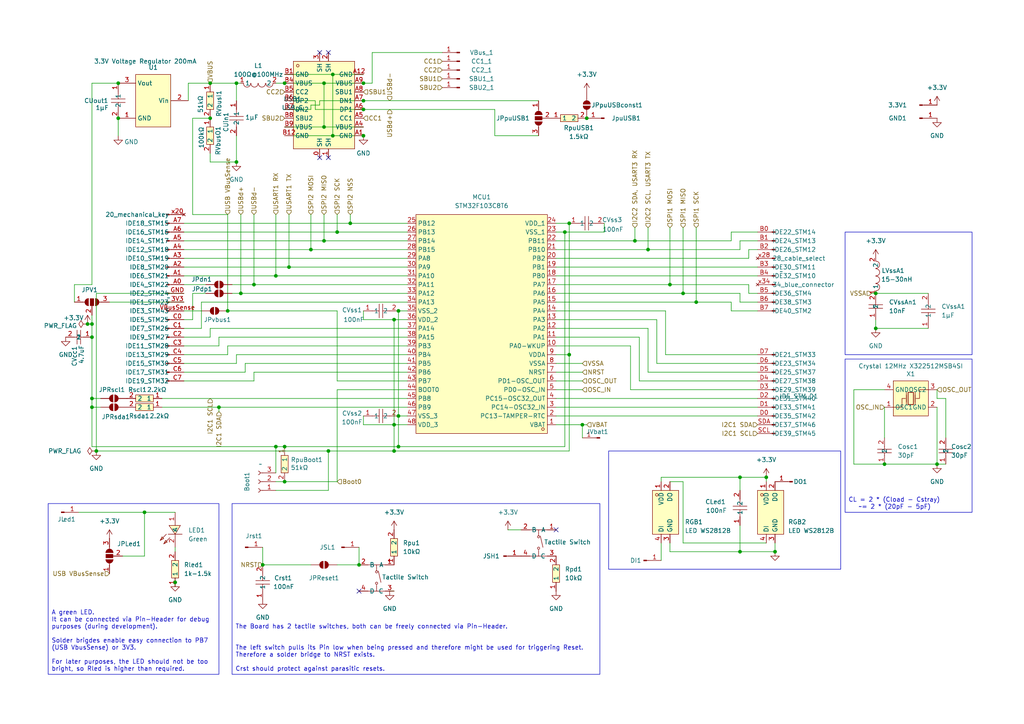
<source format=kicad_sch>
(kicad_sch (version 20231120) (generator "eeschema") (generator_version "8.0")
  (paper "A4")
  (junction (at 83.82 77.47))
  (junction (at 194.31 82.55))
  (junction (at 96.52 21.59))
  (junction (at 214.63 160.02))
  (junction (at 254 95.25))
  (junction (at 34.29 24.13))
  (junction (at 80.01 129.54))
  (junction (at 184.15 69.85))
  (junction (at 82.55 129.54))
  (junction (at 224.79 160.02))
  (junction (at 105.41 39.37))
  (junction (at 114.3 123.19))
  (junction (at 168.91 123.19))
  (junction (at 105.41 24.13))
  (junction (at 271.78 134.62))
  (junction (at 26.67 118.11))
  (junction (at 256.54 134.62))
  (junction (at 26.67 115.57))
  (junction (at 90.17 72.39))
  (junction (at 80.01 80.01))
  (junction (at 68.58 24.13))
  (junction (at 170.18 34.29))
  (junction (at 25.4 93.98))
  (junction (at 73.66 82.55))
  (junction (at 198.12 85.09))
  (junction (at 101.6 64.77))
  (junction (at 82.55 139.7))
  (junction (at 66.04 90.17))
  (junction (at 69.85 85.09))
  (junction (at 254 85.09))
  (junction (at 26.67 93.98))
  (junction (at 115.57 129.54))
  (junction (at 96.52 39.37))
  (junction (at 187.96 72.39))
  (junction (at 165.1 64.77))
  (junction (at 214.63 138.43))
  (junction (at 93.98 36.83))
  (junction (at 97.79 67.31))
  (junction (at 114.3 130.81))
  (junction (at 114.3 92.71))
  (junction (at 163.83 67.31))
  (junction (at 50.8 168.91))
  (junction (at 27.94 130.81))
  (junction (at 63.5 118.11))
  (junction (at 105.41 31.75))
  (junction (at 165.1 102.87))
  (junction (at 68.58 46.99))
  (junction (at 41.91 148.59))
  (junction (at 76.2 163.83))
  (junction (at 104.14 163.83))
  (junction (at 60.96 34.29))
  (junction (at 82.55 24.13))
  (junction (at 93.98 69.85))
  (junction (at 222.25 138.43))
  (junction (at 115.57 120.65))
  (junction (at 34.29 34.29))
  (junction (at 115.57 90.17))
  (junction (at 93.98 24.13))
  (junction (at 95.25 130.81))
  (junction (at 201.93 87.63))
  (junction (at 26.67 97.79))
  (junction (at 105.41 29.21))
  (junction (at 60.96 24.13))
  (no_connect (at 104.14 171.45))
  (no_connect (at 161.29 153.67))
  (no_connect (at 95.25 15.24))
  (no_connect (at 92.71 45.72))
  (no_connect (at 92.71 15.24))
  (no_connect (at 95.25 45.72))
  (wire (pts (xy 80.01 62.23) (xy 80.01 80.01)))
  (wire (pts (xy 105.41 123.19) (xy 105.41 120.65)))
  (wire (pts (xy 212.09 67.31) (xy 219.71 67.31)))
  (wire (pts (xy 217.17 72.39) (xy 219.71 72.39)))
  (wire (pts (xy 161.29 77.47) (xy 219.71 77.47)))
  (wire (pts (xy 67.31 85.09) (xy 69.85 85.09)))
  (wire (pts (xy 55.88 85.09) (xy 55.88 92.71)))
  (wire (pts (xy 187.96 72.39) (xy 214.63 72.39)))
  (wire (pts (xy 105.41 31.75) (xy 91.44 31.75)))
  (wire (pts (xy 82.55 129.54) (xy 115.57 129.54)))
  (wire (pts (xy 184.15 69.85) (xy 212.09 69.85)))
  (wire (pts (xy 105.41 24.13) (xy 107.95 24.13)))
  (wire (pts (xy 90.17 72.39) (xy 118.11 72.39)))
  (wire (pts (xy 97.79 62.23) (xy 97.79 67.31)))
  (wire (pts (xy 53.34 90.17) (xy 58.42 90.17)))
  (wire (pts (xy 168.91 107.95) (xy 161.29 107.95)))
  (wire (pts (xy 118.11 92.71) (xy 114.3 92.71)))
  (wire (pts (xy 80.01 139.7) (xy 82.55 139.7)))
  (wire (pts (xy 53.34 69.85) (xy 93.98 69.85)))
  (wire (pts (xy 256.54 118.11) (xy 256.54 127)))
  (wire (pts (xy 60.96 34.29) (xy 55.88 34.29)))
  (wire (pts (xy 97.79 163.83) (xy 104.14 163.83)))
  (wire (pts (xy 101.6 64.77) (xy 118.11 64.77)))
  (wire (pts (xy 193.04 102.87) (xy 219.71 102.87)))
  (wire (pts (xy 105.41 29.21) (xy 92.71 29.21)))
  (wire (pts (xy 198.12 85.09) (xy 214.63 85.09)))
  (wire (pts (xy 163.83 129.54) (xy 115.57 129.54)))
  (wire (pts (xy 60.96 95.25) (xy 60.96 97.79)))
  (wire (pts (xy 271.78 113.03) (xy 271.78 115.57)))
  (wire (pts (xy 53.34 67.31) (xy 97.79 67.31)))
  (wire (pts (xy 46.99 118.11) (xy 63.5 118.11)))
  (wire (pts (xy 247.65 113.03) (xy 247.65 134.62)))
  (wire (pts (xy 53.34 80.01) (xy 80.01 80.01)))
  (wire (pts (xy 68.58 105.41) (xy 68.58 102.87)))
  (wire (pts (xy 55.88 92.71) (xy 53.34 92.71)))
  (wire (pts (xy 161.29 105.41) (xy 168.91 105.41)))
  (wire (pts (xy 53.34 85.09) (xy 27.94 85.09)))
  (wire (pts (xy 53.34 77.47) (xy 83.82 77.47)))
  (wire (pts (xy 26.67 118.11) (xy 29.21 118.11)))
  (wire (pts (xy 80.01 129.54) (xy 82.55 129.54)))
  (wire (pts (xy 161.29 100.33) (xy 182.88 100.33)))
  (wire (pts (xy 161.29 74.93) (xy 217.17 74.93)))
  (wire (pts (xy 26.67 24.13) (xy 34.29 24.13)))
  (wire (pts (xy 80.01 24.13) (xy 82.55 24.13)))
  (wire (pts (xy 26.67 93.98) (xy 26.67 97.79)))
  (wire (pts (xy 95.25 130.81) (xy 114.3 130.81)))
  (wire (pts (xy 254 85.09) (xy 269.24 85.09)))
  (wire (pts (xy 96.52 39.37) (xy 105.41 39.37)))
  (wire (pts (xy 55.88 85.09) (xy 59.69 85.09)))
  (wire (pts (xy 53.34 102.87) (xy 66.04 102.87)))
  (wire (pts (xy 25.4 93.98) (xy 26.67 93.98)))
  (wire (pts (xy 96.52 21.59) (xy 96.52 39.37)))
  (wire (pts (xy 252.73 85.09) (xy 254 85.09)))
  (wire (pts (xy 165.1 102.87) (xy 161.29 102.87)))
  (wire (pts (xy 27.94 85.09) (xy 27.94 130.81)))
  (wire (pts (xy 90.17 62.23) (xy 90.17 72.39)))
  (wire (pts (xy 53.34 100.33) (xy 63.5 100.33)))
  (wire (pts (xy 161.29 123.19) (xy 168.91 123.19)))
  (wire (pts (xy 161.29 72.39) (xy 187.96 72.39)))
  (wire (pts (xy 26.67 24.13) (xy 26.67 82.55)))
  (wire (pts (xy 214.63 87.63) (xy 219.71 87.63)))
  (wire (pts (xy 185.42 110.49) (xy 219.71 110.49)))
  (wire (pts (xy 212.09 90.17) (xy 212.09 87.63)))
  (wire (pts (xy 80.01 80.01) (xy 118.11 80.01)))
  (wire (pts (xy 254 92.71) (xy 254 95.25)))
  (wire (pts (xy 214.63 152.4) (xy 214.63 160.02)))
  (wire (pts (xy 274.32 127) (xy 274.32 115.57)))
  (wire (pts (xy 68.58 102.87) (xy 118.11 102.87)))
  (wire (pts (xy 82.55 36.83) (xy 93.98 36.83)))
  (wire (pts (xy 26.67 115.57) (xy 29.21 115.57)))
  (wire (pts (xy 21.59 82.55) (xy 21.59 87.63)))
  (wire (pts (xy 95.25 142.24) (xy 80.01 142.24)))
  (wire (pts (xy 73.66 82.55) (xy 118.11 82.55)))
  (wire (pts (xy 95.25 130.81) (xy 95.25 142.24)))
  (wire (pts (xy 93.98 69.85) (xy 118.11 69.85)))
  (wire (pts (xy 194.31 157.48) (xy 194.31 160.02)))
  (wire (pts (xy 105.41 31.75) (xy 143.51 31.75)))
  (wire (pts (xy 193.04 102.87) (xy 193.04 90.17)))
  (wire (pts (xy 161.29 110.49) (xy 168.91 110.49)))
  (wire (pts (xy 194.31 66.04) (xy 194.31 82.55)))
  (wire (pts (xy 161.29 118.11) (xy 219.71 118.11)))
  (wire (pts (xy 91.44 31.75) (xy 91.44 29.21)))
  (wire (pts (xy 97.79 90.17) (xy 97.79 110.49)))
  (wire (pts (xy 115.57 90.17) (xy 115.57 120.65)))
  (wire (pts (xy 182.88 100.33) (xy 182.88 113.03)))
  (wire (pts (xy 161.29 92.71) (xy 190.5 92.71)))
  (wire (pts (xy 165.1 64.77) (xy 165.1 102.87)))
  (wire (pts (xy 76.2 163.83) (xy 90.17 163.83)))
  (wire (pts (xy 190.5 105.41) (xy 190.5 92.71)))
  (wire (pts (xy 92.71 30.48) (xy 90.17 30.48)))
  (wire (pts (xy 256.54 134.62) (xy 271.78 134.62)))
  (wire (pts (xy 271.78 134.62) (xy 274.32 134.62)))
  (wire (pts (xy 97.79 90.17) (xy 66.04 90.17)))
  (wire (pts (xy 35.56 161.29) (xy 41.91 161.29)))
  (wire (pts (xy 222.25 157.48) (xy 198.12 157.48)))
  (wire (pts (xy 163.83 67.31) (xy 175.26 67.31)))
  (wire (pts (xy 53.34 82.55) (xy 59.69 82.55)))
  (wire (pts (xy 165.1 102.87) (xy 165.1 130.81)))
  (wire (pts (xy 168.91 127) (xy 168.91 123.19)))
  (wire (pts (xy 271.78 118.11) (xy 271.78 134.62)))
  (wire (pts (xy 93.98 36.83) (xy 105.41 36.83)))
  (wire (pts (xy 27.94 130.81) (xy 95.25 130.81)))
  (wire (pts (xy 114.3 123.19) (xy 118.11 123.19)))
  (wire (pts (xy 113.03 171.45) (xy 114.3 171.45)))
  (wire (pts (xy 214.63 72.39) (xy 214.63 69.85)))
  (wire (pts (xy 73.66 107.95) (xy 118.11 107.95)))
  (wire (pts (xy 68.58 39.37) (xy 68.58 46.99)))
  (wire (pts (xy 83.82 77.47) (xy 118.11 77.47)))
  (wire (pts (xy 118.11 120.65) (xy 115.57 120.65)))
  (wire (pts (xy 71.12 107.95) (xy 71.12 105.41)))
  (wire (pts (xy 161.29 67.31) (xy 163.83 67.31)))
  (wire (pts (xy 161.29 69.85) (xy 184.15 69.85)))
  (wire (pts (xy 161.29 115.57) (xy 219.71 115.57)))
  (wire (pts (xy 114.3 123.19) (xy 114.3 130.81)))
  (wire (pts (xy 187.96 95.25) (xy 187.96 107.95)))
  (wire (pts (xy 66.04 102.87) (xy 66.04 100.33)))
  (wire (pts (xy 219.71 85.09) (xy 217.17 85.09)))
  (wire (pts (xy 128.27 15.24) (xy 107.95 15.24)))
  (wire (pts (xy 214.63 138.43) (xy 191.77 138.43)))
  (wire (pts (xy 82.55 21.59) (xy 96.52 21.59)))
  (wire (pts (xy 82.55 139.7) (xy 97.79 139.7)))
  (wire (pts (xy 50.8 168.91) (xy 50.8 170.18)))
  (wire (pts (xy 214.63 138.43) (xy 222.25 138.43)))
  (wire (pts (xy 247.65 134.62) (xy 256.54 134.62)))
  (wire (pts (xy 115.57 129.54) (xy 115.57 120.65)))
  (wire (pts (xy 55.88 34.29) (xy 55.88 62.23)))
  (wire (pts (xy 191.77 162.56) (xy 191.77 157.48)))
  (wire (pts (xy 163.83 67.31) (xy 163.83 129.54)))
  (wire (pts (xy 185.42 97.79) (xy 161.29 97.79)))
  (wire (pts (xy 68.58 24.13) (xy 69.85 24.13)))
  (wire (pts (xy 161.29 113.03) (xy 168.91 113.03)))
  (wire (pts (xy 118.11 95.25) (xy 60.96 95.25)))
  (wire (pts (xy 114.3 92.71) (xy 114.3 123.19)))
  (wire (pts (xy 69.85 62.23) (xy 69.85 85.09)))
  (wire (pts (xy 82.55 24.13) (xy 93.98 24.13)))
  (wire (pts (xy 53.34 64.77) (xy 101.6 64.77)))
  (wire (pts (xy 67.31 82.55) (xy 73.66 82.55)))
  (wire (pts (xy 26.67 91.44) (xy 26.67 93.98)))
  (wire (pts (xy 53.34 95.25) (xy 58.42 95.25)))
  (wire (pts (xy 53.34 72.39) (xy 90.17 72.39)))
  (wire (pts (xy 161.29 80.01) (xy 219.71 80.01)))
  (wire (pts (xy 214.63 69.85) (xy 219.71 69.85)))
  (wire (pts (xy 22.86 148.59) (xy 41.91 148.59)))
  (wire (pts (xy 168.91 123.19) (xy 170.18 123.19)))
  (wire (pts (xy 60.96 44.45) (xy 60.96 46.99)))
  (wire (pts (xy 63.5 100.33) (xy 63.5 97.79)))
  (wire (pts (xy 143.51 39.37) (xy 143.51 31.75)))
  (wire (pts (xy 63.5 97.79) (xy 118.11 97.79)))
  (wire (pts (xy 194.31 160.02) (xy 214.63 160.02)))
  (wire (pts (xy 63.5 119.38) (xy 63.5 118.11)))
  (wire (pts (xy 105.41 90.17) (xy 105.41 92.71)))
  (wire (pts (xy 161.29 120.65) (xy 219.71 120.65)))
  (wire (pts (xy 58.42 87.63) (xy 58.42 95.25)))
  (wire (pts (xy 92.71 29.21) (xy 92.71 30.48)))
  (wire (pts (xy 73.66 110.49) (xy 73.66 107.95)))
  (wire (pts (xy 93.98 24.13) (xy 105.41 24.13)))
  (wire (pts (xy 54.61 29.21) (xy 54.61 24.13)))
  (wire (pts (xy 80.01 137.16) (xy 80.01 129.54)))
  (wire (pts (xy 41.91 148.59) (xy 50.8 148.59)))
  (wire (pts (xy 105.41 92.71) (xy 114.3 92.71)))
  (wire (pts (xy 82.55 39.37) (xy 96.52 39.37)))
  (wire (pts (xy 165.1 130.81) (xy 114.3 130.81)))
  (wire (pts (xy 54.61 24.13) (xy 60.96 24.13)))
  (wire (pts (xy 212.09 90.17) (xy 219.71 90.17)))
  (wire (pts (xy 107.95 15.24) (xy 107.95 24.13)))
  (wire (pts (xy 26.67 129.54) (xy 80.01 129.54)))
  (wire (pts (xy 161.29 87.63) (xy 201.93 87.63)))
  (wire (pts (xy 217.17 85.09) (xy 217.17 82.55)))
  (wire (pts (xy 105.41 29.21) (xy 156.21 29.21)))
  (wire (pts (xy 58.42 87.63) (xy 118.11 87.63)))
  (wire (pts (xy 217.17 74.93) (xy 217.17 72.39)))
  (wire (pts (xy 31.75 87.63) (xy 53.34 87.63)))
  (wire (pts (xy 41.91 161.29) (xy 41.91 148.59)))
  (wire (pts (xy 76.2 158.75) (xy 76.2 163.83)))
  (wire (pts (xy 97.79 139.7) (xy 97.79 113.03)))
  (wire (pts (xy 26.67 97.79) (xy 26.67 115.57)))
  (wire (pts (xy 97.79 67.31) (xy 118.11 67.31)))
  (wire (pts (xy 97.79 113.03) (xy 118.11 113.03)))
  (wire (pts (xy 151.13 153.67) (xy 147.32 153.67)))
  (wire (pts (xy 90.17 30.48) (xy 90.17 31.75)))
  (wire (pts (xy 53.34 74.93) (xy 118.11 74.93)))
  (wire (pts (xy 212.09 69.85) (xy 212.09 67.31)))
  (wire (pts (xy 63.5 118.11) (xy 118.11 118.11)))
  (wire (pts (xy 50.8 167.64) (xy 50.8 168.91)))
  (wire (pts (xy 50.8 160.02) (xy 50.8 158.75)))
  (wire (pts (xy 198.12 139.7) (xy 194.31 139.7)))
  (wire (pts (xy 53.34 105.41) (xy 68.58 105.41)))
  (wire (pts (xy 201.93 87.63) (xy 212.09 87.63)))
  (wire (pts (xy 161.29 82.55) (xy 194.31 82.55)))
  (wire (pts (xy 83.82 62.23) (xy 83.82 77.47)))
  (wire (pts (xy 53.34 107.95) (xy 71.12 107.95)))
  (wire (pts (xy 93.98 24.13) (xy 93.98 36.83)))
  (wire (pts (xy 66.04 62.23) (xy 66.04 90.17)))
  (wire (pts (xy 73.66 62.23) (xy 73.66 82.55)))
  (wire (pts (xy 185.42 110.49) (xy 185.42 97.79)))
  (wire (pts (xy 114.3 123.19) (xy 105.41 123.19)))
  (wire (pts (xy 187.96 66.04) (xy 187.96 72.39)))
  (wire (pts (xy 34.29 39.37) (xy 34.29 34.29)))
  (wire (pts (xy 118.11 90.17) (xy 115.57 90.17)))
  (wire (pts (xy 184.15 66.04) (xy 184.15 69.85)))
  (wire (pts (xy 191.77 138.43) (xy 191.77 139.7)))
  (wire (pts (xy 224.79 157.48) (xy 224.79 160.02)))
  (wire (pts (xy 82.55 31.75) (xy 90.17 31.75)))
  (wire (pts (xy 161.29 64.77) (xy 165.1 64.77)))
  (wire (pts (xy 187.96 107.95) (xy 219.71 107.95)))
  (wire (pts (xy 93.98 62.23) (xy 93.98 69.85)))
  (wire (pts (xy 104.14 158.75) (xy 104.14 163.83)))
  (wire (pts (xy 161.29 95.25) (xy 187.96 95.25)))
  (wire (pts (xy 68.58 29.21) (xy 68.58 24.13)))
  (wire (pts (xy 214.63 85.09) (xy 214.63 87.63)))
  (wire (pts (xy 214.63 138.43) (xy 214.63 142.24)))
  (wire (pts (xy 26.67 118.11) (xy 26.67 129.54)))
  (wire (pts (xy 156.21 39.37) (xy 143.51 39.37)))
  (wire (pts (xy 182.88 113.03) (xy 219.71 113.03)))
  (wire (pts (xy 201.93 66.04) (xy 201.93 87.63)))
  (wire (pts (xy 198.12 157.48) (xy 198.12 139.7)))
  (wire (pts (xy 66.04 100.33) (xy 118.11 100.33)))
  (wire (pts (xy 60.96 24.13) (xy 68.58 24.13)))
  (wire (pts (xy 46.99 115.57) (xy 118.11 115.57)))
  (wire (pts (xy 198.12 66.04) (xy 198.12 85.09)))
  (wire (pts (xy 269.24 95.25) (xy 254 95.25)))
  (wire (pts (xy 69.85 85.09) (xy 118.11 85.09)))
  (wire (pts (xy 161.29 85.09) (xy 198.12 85.09)))
  (wire (pts (xy 222.25 138.43) (xy 222.25 139.7)))
  (wire (pts (xy 71.12 105.41) (xy 118.11 105.41)))
  (wire (pts (xy 175.26 67.31) (xy 175.26 64.77)))
  (wire (pts (xy 60.96 97.79) (xy 53.34 97.79)))
  (wire (pts (xy 274.32 115.57) (xy 271.78 115.57)))
  (wire (pts (xy 96.52 21.59) (xy 105.41 21.59)))
  (wire (pts (xy 194.31 82.55) (xy 217.17 82.55)))
  (wire (pts (xy 60.96 46.99) (xy 68.58 46.99)))
  (wire (pts (xy 256.54 113.03) (xy 247.65 113.03)))
  (wire (pts (xy 190.5 105.41) (xy 219.71 105.41)))
  (wire (pts (xy 161.29 90.17) (xy 193.04 90.17)))
  (wire (pts (xy 53.34 110.49) (xy 73.66 110.49)))
  (wire (pts (xy 26.67 82.55) (xy 21.59 82.55)))
  (wire (pts (xy 118.11 110.49) (xy 97.79 110.49)))
  (wire (pts (xy 55.88 62.23) (xy 66.04 62.23)))
  (wire (pts (xy 26.67 115.57) (xy 26.67 118.11)))
  (wire (pts (xy 214.63 160.02) (xy 224.79 160.02)))
  (wire (pts (xy 91.44 29.21) (xy 82.55 29.21)))
  (wire (pts (xy 101.6 62.23) (xy 101.6 64.77)))
  (rectangle (start 245.11 67.31) (end 281.94 102.87))
  (rectangle (start 176.53 130.81) (end 243.84 165.1))
  (text_box "CL = 2 * (Cload - Cstray)\n   ~= 2 * (20pF - 5pF)\n\n" (at 245.11 104.14 0) (size 36.83 44.45) (effects (font (size 1.27 1.27)) (justify left bottom)))
  (text_box "A green LED.\nIt can be connected via Pin-Header for debug purposes (during development).\n\nSolder brigdes enable easy connection to PB7 (USB VbusSense) or 3V3.\n\nFor later purposes, the LED should not be too bright, so Rled is higher than required." (at 13.97 146.05 0) (size 49.53 49.53) (effects (font (size 1.27 1.27)) (justify left bottom)))
  (text_box "The Board has 2 tactile switches, both can be freely connected via Pin-Header.\n\n\nThe left switch pulls its Pin low when being pressed and therefore might be used for triggering Reset. Therefore a solder bridge to NRST exists.\n\nCrst should protect against parasitic resets." (at 67.31 146.05 0) (size 106.68 49.53) (effects (font (size 1.27 1.27)) (justify left bottom)))
  (hierarchical_label "CC2" (shape input) (at 82.55 26.67 180))
  (hierarchical_label "SPI1 MISO" (shape input) (at 198.12 66.04 90))
  (hierarchical_label "CC1" (shape input) (at 105.41 34.29 0))
  (hierarchical_label "SPI2 MOSI" (shape input) (at 90.17 62.23 90))
  (hierarchical_label "USART1 RX" (shape input) (at 80.01 62.23 90))
  (hierarchical_label "SBU2" (shape input) (at 82.55 34.29 180))
  (hierarchical_label "VSSA" (shape input) (at 252.73 85.09 180))
  (hierarchical_label "VBAT" (shape input) (at 170.18 123.19 0))
  (hierarchical_label "OSC_IN" (shape input) (at 168.91 113.03 0))
  (hierarchical_label "USART1 TX" (shape input) (at 83.82 62.23 90))
  (hierarchical_label "VSSA" (shape input) (at 168.91 105.41 0))
  (hierarchical_label "I2C1 SDA" (shape input) (at 219.71 123.19 180))
  (hierarchical_label "SPI2 MISO" (shape input) (at 93.98 62.23 90))
  (hierarchical_label "SPI2 NSS" (shape input) (at 101.6 62.23 90))
  (hierarchical_label "OSC_IN" (shape input) (at 256.54 118.11 180))
  (hierarchical_label "NRST" (shape input) (at 76.2 163.83 180))
  (hierarchical_label "SBU2" (shape input) (at 128.27 25.4 180))
  (hierarchical_label "OSC_OUT" (shape input) (at 271.78 113.03 0))
  (hierarchical_label "I2C1 SCL" (shape input) (at 60.96 115.57 270))
  (hierarchical_label "CC2" (shape input) (at 128.27 20.32 180))
  (hierarchical_label "USBd-" (shape input) (at 73.66 62.23 90))
  (hierarchical_label "SBU1" (shape input) (at 128.27 22.86 180))
  (hierarchical_label "USB VBusSense" (shape input) (at 31.75 166.37 180))
  (hierarchical_label "OSC_OUT" (shape input) (at 168.91 110.49 0))
  (hierarchical_label "USBd-" (shape input) (at 113.03 29.21 90))
  (hierarchical_label "I2C2 SCL, USART3 TX" (shape input) (at 187.96 66.04 90))
  (hierarchical_label "SPI2 SCK" (shape input) (at 97.79 62.23 90))
  (hierarchical_label "SPI1 MOSI" (shape input) (at 194.31 66.04 90))
  (hierarchical_label "VBUS" (shape input) (at 60.96 24.13 90))
  (hierarchical_label "USBd+" (shape input) (at 69.85 62.23 90))
  (hierarchical_label "CC1" (shape input) (at 128.27 17.78 180))
  (hierarchical_label "I2C1 SDA" (shape input) (at 63.5 119.38 270))
  (hierarchical_label "I2C2 SDA, USART3 RX" (shape input) (at 184.15 66.04 90))
  (hierarchical_label "USBd+" (shape input) (at 113.03 31.75 270))
  (hierarchical_label "USB VBusSense" (shape input) (at 66.04 62.23 90))
  (hierarchical_label "Boot0" (shape input) (at 97.79 139.7 0))
  (hierarchical_label "SBU1" (shape input) (at 105.41 26.67 0))
  (hierarchical_label "NRST" (shape input) (at 168.91 107.95 0))
  (hierarchical_label "I2C1 SCL" (shape input) (at 219.71 125.73 180))
  (hierarchical_label "SPI1 SCK" (shape input) (at 201.93 66.04 90))
  (symbol (lib_id "jlcpcb:Resistor 51kΩ 0402WGF5102TCE") (at 60.96 29.21 270) (unit 1)
    (property "Reference" "RVbusI1" (at 63.5 26.162 0) (effects (justify left)))
    (property "Value" "51kΩ" (at 58.166 30.226 0))
    (property "Footprint" "jlcpcb:R0402" (effects (hide yes)))
    (property "Datasheet" "https://lcsc.com/product-detail/Chip-Resistor-Surface-Mount-UniOhm_51KR-5102-1_C25794.html" (effects (hide yes)))
    (property "LCSC Part" "C25794" (effects (hide yes)))
  )
  (symbol (lib_id "jlcpcb:Resistor 10kΩ 0402WGF1002TCE") (at 161.29 166.37 90) (unit 1)
    (property "Reference" "Rpd1" (at 163.83 165.0999 90) (effects (justify right)))
    (property "Value" "10kΩ" (at 163.83 167.6399 90) (effects (justify right)))
    (property "Footprint" "jlcpcb:R0402" (effects (hide yes)))
    (property "Datasheet" "https://lcsc.com/product-detail/Chip-Resistor-Surface-Mount-UniOhm_10KR-1002-1_C25744.html" (effects (hide yes)))
    (property "LCSC Part" "C25744" (effects (hide yes)))
  )
  (symbol (lib_id "Connector:Conn_01x01_Pin") (at 229.87 139.7 180) (unit 1)
    (property "Reference" "DO1" (at 232.156 139.7 0))
    (property "Footprint" "base:PTH 1.7mm" (effects (hide yes)))
    (property "Description" "Generic connector, single row, 01x01, script generated" (effects (hide yes)))
  )
  (symbol (lib_id "ribbon:IDE_STM_A") (at 53.34 85.09 180) (unit 1)
    (property "Reference" "IDE_STM_A1" (effects (hide yes)))
    (property "Value" "~" (at 45.72 74.93 0) (effects (justify left)))
    (property "Footprint" "ribbon:IDE STM A" (effects (hide yes)))
  )
  (symbol (lib_id "power:+3.3V") (at 254 74.93 0) (unit 1)
    (property "Reference" "#PWR016" (effects (hide yes)))
    (property "Value" "+3.3V" (at 254 69.85 0))
    (property "Description" "Power symbol creates a global label with name \"+3.3V\"" (effects (hide yes)))
  )
  (symbol (lib_id "power:GND") (at 34.29 39.37 0) (mirror y) (unit 1)
    (property "Reference" "#PWR03" (effects (hide yes)))
    (property "Value" "GND" (at 38.1 41.148 0))
    (property "Description" "Power symbol creates a global label with name \"GND\" , ground" (effects (hide yes)))
  )
  (symbol (lib_id "Connector:Conn_01x01_Pin") (at 133.35 15.24 0) (mirror y) (unit 1)
    (property "Reference" "VBus_1" (at 139.7 15.24 0))
    (property "Footprint" "base:TestPoint_THTPad_D1.0mm_Drill0.5mm" (effects (hide yes)))
    (property "Description" "Generic connector, single row, 01x01, script generated" (effects (hide yes)))
  )
  (symbol (lib_id "Connector:Conn_01x01_Pin") (at 186.69 162.56 0) (unit 1)
    (property "Reference" "DI1" (at 184.404 162.56 0))
    (property "Footprint" "base:PTH 1.7mm" (effects (hide yes)))
    (property "Description" "Generic connector, single row, 01x01, script generated" (effects (hide yes)))
  )
  (symbol (lib_id "jlcpcb:Capacitor 100nF 4002 CL05B104KO5NNNC") (at 170.18 64.77 0) (unit 1)
    (property "Reference" "CVss3" (at 177.546 63.754 0))
    (property "Value" "100nF" (at 177.8 66.548 0))
    (property "Footprint" "jlcpcb:C0402" (effects (hide yes)))
    (property "Datasheet" "https://lcsc.com/product-detail/Multilayer-Ceramic-Capacitors-MLCC-SMD-SMT_SAMSUNG_CL05B104KO5NNNC_100nF-104-10-16V_C1525.html" (effects (hide yes)))
    (property "LCSC Part" "C1525" (effects (hide yes)))
  )
  (symbol (lib_id "jlcpcb:Ferrite Beads 100Ω@100MHz GZ2012D101TF") (at 74.93 24.13 0) (unit 1)
    (property "Reference" "L1" (at 74.93 19.05 0))
    (property "Value" "100Ω@100MHz" (at 74.93 21.59 0))
    (property "Footprint" "jlcpcb:L0805" (effects (hide yes)))
    (property "Datasheet" "https://lcsc.com/product-detail/Ferrite-Beads-And-Chips_100R-25-100MHz_C1015.html" (effects (hide yes)))
    (property "LCSC Part" "C1015" (effects (hide yes)))
  )
  (symbol (lib_id "jlcpcb:3.3V Voltage Regulator 200mA XC6206P332MR") (at 44.45 29.21 0) (mirror y) (unit 1)
    (property "Reference" "U1" (at 44.45 19.558 0))
    (property "Value" "3.3V Voltage Regulator 200mA" (at 42.164 17.78 0))
    (property "Footprint" "jlcpcb:SOT-23-3_L2.9-W1.6-P1.90-LS2.8-BR" (effects (hide yes)))
    (property "Datasheet" "https://lcsc.com/product-detail/Low-Dropout-Regulators-LDO_XC6206P332MR_C5446.html" (effects (hide yes)))
    (property "LCSC Part" "C5446" (effects (hide yes)))
  )
  (symbol (lib_id "power:+3.3V") (at 114.3 153.67 0) (unit 1)
    (property "Reference" "#PWR010" (effects (hide yes)))
    (property "Value" "+3.3V" (at 114.3 148.59 0))
    (property "Description" "Power symbol creates a global label with name \"+3.3V\"" (effects (hide yes)))
  )
  (symbol (lib_id "ribbon:IDE_STM_C") (at 53.34 87.63 0) (unit 1)
    (property "Reference" "IDE_STM_C1" (effects (hide yes)))
    (property "Value" "~" (at 48.895 86.36 0))
    (property "Footprint" "ribbon:IDE STM C" (effects (hide yes)))
  )
  (symbol (lib_id "ribbon:IDE_STM_D") (at 219.71 102.87 0) (mirror y) (unit 1)
    (property "Reference" "IDE_STM_D1" (at 226.06 114.9351 0) (effects (justify right)))
    (property "Value" "~" (at 226.06 113.03 0) (effects (justify right)))
    (property "Footprint" "ribbon:IDE STM D cut" (effects (hide yes)))
  )
  (symbol (lib_id "jlcpcb:Tactile Switch TS-1187A-B-A-B") (at 156.21 156.21 0) (mirror y) (unit 1)
    (property "Reference" "SW2" (effects (hide yes)))
    (property "Value" "Tactile Switch" (at 164.592 157.226 0))
    (property "Footprint" "jlcpcb:SW-SMD_4P-L5.1-W5.1-P3.70-LS6.5-TL_H1.5" (effects (hide yes)))
    (property "Datasheet" "https://lcsc.com/product-detail/Tactile-Switches_XKB-Enterprise-TS-1187-B-A-A_C318884.html" (effects (hide yes)))
    (property "LCSC Part" "C318884" (effects (hide yes)))
  )
  (symbol (lib_id "power:PWR_FLAG") (at 25.4 93.98 90) (unit 1)
    (property "Reference" "#FLG01" (effects (hide yes)))
    (property "Value" "PWR_FLAG" (at 22.352 94.488 90) (effects (justify left)))
    (property "Description" "Special symbol for telling ERC where power comes from" (effects (hide yes)))
  )
  (symbol (lib_id "power:GND") (at 76.2 173.99 0) (unit 1)
    (property "Reference" "#PWR07" (effects (hide yes)))
    (property "Value" "GND" (at 76.2 179.07 0))
    (property "Description" "Power symbol creates a global label with name \"GND\" , ground" (effects (hide yes)))
  )
  (symbol (lib_id "jlcpcb:STM32F103C8T6") (at 139.7 93.98 180) (unit 1)
    (property "Reference" "MCU1" (at 139.7 57.15 0))
    (property "Value" "STM32F103C8T6" (at 139.7 59.69 0))
    (property "Footprint" "jlcpcb:LQFP-48_L7.0-W7.0-P0.50-LS9.0-BL" (effects (hide yes)))
    (property "Datasheet" "https://lcsc.com/product-detail/ST-Microelectronics_STMicroelectronics_STM32F103C8T6_STM32F103C8T6_C8734.html" (effects (hide yes)))
    (property "LCSC Part" "C8734" (effects (hide yes)))
  )
  (symbol (lib_id "Jumper:SolderJumper_2_Open") (at 63.5 82.55 180) (unit 1) (exclude_from_sim yes) (in_bom no)
    (property "Reference" "JPdn1" (at 61.468 81.026 0) (effects (justify left)))
    (property "Value" "SolderJumper_2_Open" (effects (hide yes)))
    (property "Footprint" "Jumper:SolderJumper-2_P1.3mm_Open_RoundedPad1.0x1.5mm" (effects (hide yes)))
    (property "Description" "Solder Jumper, 2-pole, open" (effects (hide yes)))
  )
  (symbol (lib_id "Connector:Conn_01x01_Pin") (at 173.99 127 0) (mirror y) (unit 1)
    (property "Reference" "JVbat1" (at 173.228 125.222 0))
    (property "Value" "VBAT" (effects (hide yes)))
    (property "Footprint" "base:TestPoint_THTPad_D1.0mm_Drill0.5mm" (effects (hide yes)))
    (property "Description" "Generic connector, single row, 01x01, script generated" (effects (hide yes)))
  )
  (symbol (lib_id "power:GND") (at 27.94 130.81 0) (unit 1)
    (property "Reference" "#PWR02" (effects (hide yes)))
    (property "Value" "GND" (at 27.94 135.89 0))
    (property "Description" "Power symbol creates a global label with name \"GND\" , ground" (effects (hide yes)))
  )
  (symbol (lib_id "Connector:Conn_01x01_Pin") (at 266.7 34.29 0) (mirror x) (unit 1)
    (property "Reference" "GND1" (at 260.35 34.29 0))
    (property "Footprint" "base:PTH 1.7mm" (effects (hide yes)))
    (property "Description" "Generic connector, single row, 01x01, script generated" (effects (hide yes)))
  )
  (symbol (lib_id "Jumper:SolderJumper_2_Open") (at 93.98 163.83 0) (mirror x) (unit 1) (exclude_from_sim yes) (in_bom no)
    (property "Reference" "JPReset1" (at 93.98 167.64 0))
    (property "Value" "SolderJumper_2_Open" (effects (hide yes)))
    (property "Footprint" "Jumper:SolderJumper-2_P1.3mm_Open_RoundedPad1.0x1.5mm" (effects (hide yes)))
    (property "Description" "Solder Jumper, 2-pole, open" (effects (hide yes)))
  )
  (symbol (lib_id "jlcpcb:Capacitor 30pF 0402CG300J500NT") (at 274.32 130.81 90) (unit 1)
    (property "Reference" "Cosc2" (at 275.844 129.54 90) (effects (justify right)))
    (property "Value" "30pF" (at 275.844 132.08 90) (effects (justify right)))
    (property "Footprint" "jlcpcb:C0402" (effects (hide yes)))
    (property "Datasheet" "https://lcsc.com/product-detail/Multilayer-Ceramic-Capacitors-MLCC-SMD-SMT_30pF-300-5-50V_C1570.html" (effects (hide yes)))
    (property "LCSC Part" "C1570" (effects (hide yes)))
  )
  (symbol (lib_id "jlcpcb:Resistor 51kΩ 0402WGF5102TCE") (at 82.55 134.62 270) (unit 1)
    (property "Reference" "RpuBoot1" (at 84.328 133.35 90) (effects (justify left)))
    (property "Value" "51kΩ" (at 86.868 135.636 90))
    (property "Footprint" "jlcpcb:R0402" (effects (hide yes)))
    (property "Datasheet" "https://lcsc.com/product-detail/Chip-Resistor-Surface-Mount-UniOhm_51KR-5102-1_C25794.html" (effects (hide yes)))
    (property "LCSC Part" "C25794" (effects (hide yes)))
  )
  (symbol (lib_id "Connector:Conn_01x01_Pin") (at 133.35 22.86 0) (mirror y) (unit 1)
    (property "Reference" "SBU1_1" (at 139.7 22.86 0))
    (property "Footprint" "base:TestPoint_THTPad_D1.0mm_Drill0.5mm" (effects (hide yes)))
    (property "Description" "Generic connector, single row, 01x01, script generated" (effects (hide yes)))
  )
  (symbol (lib_id "jlcpcb:Capacitor 1μF 0402 CL05A105KA5NQNC") (at 68.58 34.29 270) (unit 1)
    (property "Reference" "CUin1" (at 65.532 32.512 0) (effects (justify left)))
    (property "Value" "1μF" (at 71.12 34.036 90) (effects (justify left)))
    (property "Footprint" "jlcpcb:C0402" (effects (hide yes)))
    (property "Datasheet" "https://lcsc.com/product-detail/Multilayer-Ceramic-Capacitors-MLCC-SMD-SMT_SAMSUNG_CL05A105KA5NQNC_1uF-105-10-25V_C52923.html" (effects (hide yes)))
    (property "LCSC Part" "C52923" (effects (hide yes)))
  )
  (symbol (lib_id "jlcpcb:Resistor 2.2kΩ 0402WGF2201TCE") (at 41.91 115.57 180) (unit 1)
    (property "Reference" "Rscl1" (at 39.878 113.03 0))
    (property "Value" "2.2kΩ" (at 45.466 113.03 0))
    (property "Footprint" "jlcpcb:R0402" (effects (hide yes)))
    (property "Datasheet" "https://lcsc.com/product-detail/Chip-Resistor-Surface-Mount-UniOhm_2-2KR-2201-1_C25879.html" (effects (hide yes)))
    (property "LCSC Part" "C25879" (effects (hide yes)))
  )
  (symbol (lib_id "Jumper:SolderJumper_2_Open") (at 170.18 30.48 90) (unit 1) (exclude_from_sim yes) (in_bom no)
    (property "Reference" "JPpuUSBconst1" (at 186.436 30.48 90) (effects (justify left)))
    (property "Value" "SolderJumper_2_Open" (effects (hide yes)))
    (property "Footprint" "Jumper:SolderJumper-2_P1.3mm_Open_RoundedPad1.0x1.5mm" (effects (hide yes)))
    (property "Description" "Solder Jumper, 2-pole, open" (effects (hide yes)))
  )
  (symbol (lib_id "Jumper:SolderJumper_2_Open") (at 63.5 85.09 0) (unit 1) (exclude_from_sim yes) (in_bom no)
    (property "Reference" "JPdp1" (at 55.626 83.82 0) (effects (justify left)))
    (property "Value" "SolderJumper_2_Open" (effects (hide yes)))
    (property "Footprint" "Jumper:SolderJumper-2_P1.3mm_Open_RoundedPad1.0x1.5mm" (effects (hide yes)))
    (property "Description" "Solder Jumper, 2-pole, open" (effects (hide yes)))
  )
  (symbol (lib_id "jlcpcb:Tactile Switch TS-1187A-B-A-B") (at 109.22 166.37 0) (mirror y) (unit 1)
    (property "Reference" "SW1" (effects (hide yes)))
    (property "Value" "Tactile Switch" (at 117.602 167.386 0))
    (property "Footprint" "jlcpcb:SW-SMD_4P-L5.1-W5.1-P3.70-LS6.5-TL_H1.5" (effects (hide yes)))
    (property "Datasheet" "https://lcsc.com/product-detail/Tactile-Switches_XKB-Enterprise-TS-1187-B-A-A_C318884.html" (effects (hide yes)))
    (property "LCSC Part" "C318884" (effects (hide yes)))
  )
  (symbol (lib_id "power:+3.3V") (at 271.78 30.48 0) (unit 1)
    (property "Reference" "#PWR018" (effects (hide yes)))
    (property "Value" "+3.3V" (at 271.78 25.4 0))
    (property "Description" "Power symbol creates a global label with name \"+3.3V\"" (effects (hide yes)))
  )
  (symbol (lib_id "Jumper:SolderJumper_2_Open") (at 62.23 90.17 180) (unit 1) (exclude_from_sim yes) (in_bom no)
    (property "Reference" "JPvbus1" (at 67.056 92.71 0) (effects (justify left)))
    (property "Value" "SolderJumper_2_Open" (effects (hide yes)))
    (property "Footprint" "Jumper:SolderJumper-2_P1.3mm_Open_RoundedPad1.0x1.5mm" (effects (hide yes)))
    (property "Description" "Solder Jumper, 2-pole, open" (effects (hide yes)))
  )
  (symbol (lib_id "Connector:Conn_01x01_Pin") (at 71.12 158.75 0) (mirror x) (unit 1)
    (property "Reference" "Jrst1" (at 73.66 155.448 0))
    (property "Footprint" "base:PTH 1.7mm" (effects (hide yes)))
    (property "Description" "Generic connector, single row, 01x01, script generated" (effects (hide yes)))
  )
  (symbol (lib_id "jlcpcb:Resistor 2.2kΩ 0402WGF2201TCE") (at 41.91 118.11 180) (unit 1)
    (property "Reference" "Rsda1" (at 40.386 120.65 0))
    (property "Value" "2.2kΩ" (at 46.228 120.65 0))
    (property "Footprint" "jlcpcb:R0402" (effects (hide yes)))
    (property "Datasheet" "https://lcsc.com/product-detail/Chip-Resistor-Surface-Mount-UniOhm_2-2KR-2201-1_C25879.html" (effects (hide yes)))
    (property "LCSC Part" "C25879" (effects (hide yes)))
  )
  (symbol (lib_id "jlcpcb:Capacitor 100nF 4002 CL05B104KO5NNNC") (at 110.49 120.65 0) (unit 1)
    (property "Reference" "CVss2" (at 102.108 119.888 0))
    (property "Value" "100nF" (at 102.108 122.428 0))
    (property "Footprint" "jlcpcb:C0402" (effects (hide yes)))
    (property "Datasheet" "https://lcsc.com/product-detail/Multilayer-Ceramic-Capacitors-MLCC-SMD-SMT_SAMSUNG_CL05B104KO5NNNC_100nF-104-10-16V_C1525.html" (effects (hide yes)))
    (property "LCSC Part" "C1525" (effects (hide yes)))
  )
  (symbol (lib_id "ribbon:IDE_STM_B") (at 219.71 64.77 0) (unit 1)
    (property "Reference" "IDE_STM_B1" (effects (hide yes)))
    (property "Value" "~" (at 226.06 78.74 0) (effects (justify left)))
    (property "Footprint" "ribbon:IDE STM B cut" (effects (hide yes)))
  )
  (symbol (lib_id "jlcpcb:Inductor 15nH SDCL1005C15NJTDF") (at 254 80.01 90) (unit 1)
    (property "Reference" "LVssA1" (at 262.382 78.486 90) (effects (justify left)))
    (property "Value" "15-30nH" (at 264.668 81.026 90) (effects (justify left)))
    (property "Footprint" "jlcpcb:L0402" (effects (hide yes)))
    (property "Datasheet" "https://lcsc.com/product-detail/HF-Inductors_15nH-5_C27143.html" (effects (hide yes)))
    (property "LCSC Part" "C27143" (effects (hide yes)))
  )
  (symbol (lib_id "power:+3.3V") (at 170.18 26.67 0) (unit 1)
    (property "Reference" "#PWR011" (effects (hide yes)))
    (property "Value" "+3.3V" (at 170.18 21.59 0))
    (property "Description" "Power symbol creates a global label with name \"+3.3V\"" (effects (hide yes)))
  )
  (symbol (lib_id "power:PWR_FLAG") (at 27.94 130.81 90) (unit 1)
    (property "Reference" "#FLG02" (effects (hide yes)))
    (property "Value" "PWR_FLAG" (at 18.796 130.81 90))
    (property "Description" "Special symbol for telling ERC where power comes from" (effects (hide yes)))
  )
  (symbol (lib_id "jlcpcb:Capacitor 10nF 0402 CL05B103KB5NNNC") (at 254 88.9 90) (unit 1)
    (property "Reference" "CVssAn1" (at 257.81 87.6299 90) (effects (justify right)))
    (property "Value" "10nF" (at 257.81 90.1699 90) (effects (justify right)))
    (property "Footprint" "jlcpcb:C0402" (effects (hide yes)))
    (property "Datasheet" "https://lcsc.com/product-detail/Multilayer-Ceramic-Capacitors-MLCC-SMD-SMT_SAMSUNG_CL05B103KB5NNNC_10nF-103-10-50V_C15195.html" (effects (hide yes)))
    (property "LCSC Part" "C15195" (effects (hide yes)))
  )
  (symbol (lib_id "Jumper:SolderJumper_2_Open") (at 33.02 118.11 0) (unit 1) (exclude_from_sim yes) (in_bom no)
    (property "Reference" "JPRsda1" (at 29.464 120.904 0) (effects (justify left)))
    (property "Value" "SolderJumper_2_Open" (effects (hide yes)))
    (property "Footprint" "Jumper:SolderJumper-2_P1.3mm_Open_RoundedPad1.0x1.5mm" (effects (hide yes)))
    (property "Description" "Solder Jumper, 2-pole, open" (effects (hide yes)))
  )
  (symbol (lib_id "Jumper:SolderJumper_3_Open") (at 26.67 87.63 0) (unit 1) (exclude_from_sim yes) (in_bom no)
    (property "Reference" "JPV1" (at 23.622 84.074 0) (effects (justify left)))
    (property "Value" "SolderJumper_3_Open" (effects (hide yes)))
    (property "Footprint" "Jumper:SolderJumper-3_P1.3mm_Open_RoundedPad1.0x1.5mm" (effects (hide yes)))
    (property "Description" "Solder Jumper, 3-pole, open" (effects (hide yes)))
  )
  (symbol (lib_id "power:GND") (at 50.8 168.91 0) (unit 1)
    (property "Reference" "#PWR05" (effects (hide yes)))
    (property "Value" "GND" (at 50.8 173.99 0))
    (property "Description" "Power symbol creates a global label with name \"GND\" , ground" (effects (hide yes)))
  )
  (symbol (lib_id "power:GND") (at 68.58 46.99 0) (unit 1)
    (property "Reference" "#PWR06" (effects (hide yes)))
    (property "Value" "GND" (at 68.58 52.07 0))
    (property "Description" "Power symbol creates a global label with name \"GND\" , ground" (effects (hide yes)))
  )
  (symbol (lib_id "power:GND") (at 105.41 39.37 0) (unit 1)
    (property "Reference" "#PWR08" (effects (hide yes)))
    (property "Value" "GND" (at 105.41 44.45 0))
    (property "Description" "Power symbol creates a global label with name \"GND\" , ground" (effects (hide yes)))
  )
  (symbol (lib_id "power:GND") (at 113.03 171.45 0) (unit 1)
    (property "Reference" "#PWR09" (effects (hide yes)))
    (property "Value" "GND" (at 113.03 176.53 0))
    (property "Description" "Power symbol creates a global label with name \"GND\" , ground" (effects (hide yes)))
  )
  (symbol (lib_id "power:GND") (at 254 95.25 0) (unit 1)
    (property "Reference" "#PWR017" (effects (hide yes)))
    (property "Value" "GND" (at 254 100.33 0))
    (property "Description" "Power symbol creates a global label with name \"GND\" , ground" (effects (hide yes)))
  )
  (symbol (lib_id "power:GND") (at 224.79 160.02 0) (mirror y) (unit 1)
    (property "Reference" "#PWR015" (effects (hide yes)))
    (property "Value" "GND" (effects (hide yes)))
    (property "Description" "Power symbol creates a global label with name \"GND\" , ground" (effects (hide yes)))
  )
  (symbol (lib_id "jlcpcb:LED green 0805G(Green)") (at 50.8 153.67 90) (unit 1)
    (property "Reference" "LED1" (at 54.61 153.7949 90) (effects (justify right)))
    (property "Value" "Green" (at 54.61 156.3349 90) (effects (justify right)))
    (property "Footprint" "jlcpcb:LED0805-R-RD" (effects (hide yes)))
    (property "Datasheet" "https://lcsc.com/product-detail/Light-Emitting-Diodes-LED_Green-0805-Highlighted_C2297.html" (effects (hide yes)))
    (property "LCSC Part" "C2297" (effects (hide yes)))
  )
  (symbol (lib_id "Connector:Conn_01x01_Pin") (at 17.78 148.59 0) (mirror x) (unit 1)
    (property "Reference" "Jled1" (at 19.304 150.622 0))
    (property "Value" "~" (at 18.415 151.13 0))
    (property "Footprint" "base:PTH 1.7mm" (effects (hide yes)))
    (property "Description" "Generic connector, single row, 01x01, script generated" (effects (hide yes)))
  )
  (symbol (lib_id "Connector:Conn_01x01_Pin") (at 266.7 30.48 0) (mirror x) (unit 1)
    (property "Reference" "3.3V1" (at 260.35 30.48 0))
    (property "Footprint" "base:PTH 1.7mm" (effects (hide yes)))
    (property "Description" "Generic connector, single row, 01x01, script generated" (effects (hide yes)))
  )
  (symbol (lib_id "Connector:Conn_01x03_Socket") (at 74.93 139.7 180) (unit 1)
    (property "Reference" "Boot1" (at 71.628 139.7 90))
    (property "Value" "~" (at 75.565 134.62 0))
    (property "Footprint" "base:3x PTH 1.7mm" (effects (hide yes)))
    (property "Description" "Generic connector, single row, 01x03, script generated" (effects (hide yes)))
  )
  (symbol (lib_id "jlcpcb:Capacitor 30pF 0402CG300J500NT") (at 256.54 130.81 90) (unit 1)
    (property "Reference" "Cosc1" (at 260.35 129.5399 90) (effects (justify right)))
    (property "Value" "30pF" (at 260.35 132.0799 90) (effects (justify right)))
    (property "Footprint" "jlcpcb:C0402" (effects (hide yes)))
    (property "Datasheet" "https://lcsc.com/product-detail/Multilayer-Ceramic-Capacitors-MLCC-SMD-SMT_30pF-300-5-50V_C1570.html" (effects (hide yes)))
    (property "LCSC Part" "C1570" (effects (hide yes)))
  )
  (symbol (lib_id "jlcpcb:Capacitor 100nF 4002 CL05B104KO5NNNC") (at 214.63 147.32 90) (unit 1)
    (property "Reference" "CLed1" (at 207.518 145.542 90))
    (property "Value" "100nF" (at 207.772 148.0821 90))
    (property "Footprint" "jlcpcb:C0402" (effects (hide yes)))
    (property "Datasheet" "https://lcsc.com/product-detail/Multilayer-Ceramic-Capacitors-MLCC-SMD-SMT_SAMSUNG_CL05B104KO5NNNC_100nF-104-10-16V_C1525.html" (effects (hide yes)))
    (property "LCSC Part" "C1525" (effects (hide yes)))
  )
  (symbol (lib_id "power:+3.3V") (at 25.4 93.98 0) (unit 1)
    (property "Reference" "#PWR01" (effects (hide yes)))
    (property "Value" "+3.3V" (at 21.336 92.202 0))
    (property "Description" "Power symbol creates a global label with name \"+3.3V\"" (effects (hide yes)))
  )
  (symbol (lib_id "jlcpcb:LED WS2812B-S XL-5050RGBC") (at 223.52 148.59 90) (mirror x) (unit 1)
    (property "Reference" "RGB2" (at 228.6 151.384 90) (effects (justify right)))
    (property "Value" "LED WS2812B" (at 228.6 153.924 90) (effects (justify right)))
    (property "Footprint" "jlcpcb:LED-SMD_4P-L5.0-W5.0-TL-1" (effects (hide yes)))
    (property "Datasheet" "https://wmsc.lcsc.com/wmsc/upload/file/pdf/v2/lcsc/2406131538_XINGLIGHT-XL-5050RGBC-WS2812B-S_C22461793.pdf" (effects (hide yes)))
    (property "LCSC Part" "C22461793" (effects (hide yes)))
  )
  (symbol (lib_id "jlcpcb:Capacitor 1μF 0402 CL05A105KA5NQNC") (at 269.24 90.17 90) (unit 1)
    (property "Reference" "CVssA1" (at 273.05 88.8999 90) (effects (justify right)))
    (property "Value" "1μF" (at 273.05 91.4399 90) (effects (justify right)))
    (property "Footprint" "jlcpcb:C0402" (effects (hide yes)))
    (property "Datasheet" "https://lcsc.com/product-detail/Multilayer-Ceramic-Capacitors-MLCC-SMD-SMT_SAMSUNG_CL05A105KA5NQNC_1uF-105-10-25V_C52923.html" (effects (hide yes)))
    (property "LCSC Part" "C52923" (effects (hide yes)))
  )
  (symbol (lib_id "jlcpcb:Resistor 10kΩ 0402WGF1002TCE") (at 114.3 158.75 90) (unit 1)
    (property "Reference" "Rpu1" (at 116.84 157.4799 90) (effects (justify right)))
    (property "Value" "10kΩ" (at 116.84 160.0199 90) (effects (justify right)))
    (property "Footprint" "jlcpcb:R0402" (effects (hide yes)))
    (property "Datasheet" "https://lcsc.com/product-detail/Chip-Resistor-Surface-Mount-UniOhm_10KR-1002-1_C25744.html" (effects (hide yes)))
    (property "LCSC Part" "C25744" (effects (hide yes)))
  )
  (symbol (lib_id "power:GND") (at 161.29 171.45 0) (unit 1)
    (property "Reference" "#PWR013" (effects (hide yes)))
    (property "Value" "GND" (at 161.29 176.53 0))
    (property "Description" "Power symbol creates a global label with name \"GND\" , ground" (effects (hide yes)))
  )
  (symbol (lib_id "power:+3.3V") (at 31.75 156.21 0) (unit 1)
    (property "Reference" "#PWR04" (effects (hide yes)))
    (property "Value" "+3.3V" (at 31.75 151.13 0))
    (property "Description" "Power symbol creates a global label with name \"+3.3V\"" (effects (hide yes)))
  )
  (symbol (lib_id "jlcpcb:Resistor 100kΩ 0402WGF1003TCE") (at 60.96 39.37 270) (unit 1)
    (property "Reference" "RVbusO1" (at 63.246 36.576 0) (effects (justify left)))
    (property "Value" "100kΩ" (at 58.42 39.878 0))
    (property "Footprint" "jlcpcb:R0402" (effects (hide yes)))
    (property "Datasheet" "https://lcsc.com/product-detail/Chip-Resistor-Surface-Mount-UniOhm_100KR-1003-1_C25741.html" (effects (hide yes)))
    (property "LCSC Part" "C25741" (effects (hide yes)))
  )
  (symbol (lib_id "Connector:Conn_01x01_Pin") (at 146.05 161.29 0) (mirror x) (unit 1)
    (property "Reference" "JSH1" (at 142.494 161.29 0))
    (property "Footprint" "base:PTH 1.7mm" (effects (hide yes)))
    (property "Description" "Generic connector, single row, 01x01, script generated" (effects (hide yes)))
  )
  (symbol (lib_id "Connector:Conn_01x01_Pin") (at 175.26 34.29 0) (mirror y) (unit 1)
    (property "Reference" "JpuUSB1" (at 181.61 34.29 0))
    (property "Footprint" "base:PTH 1.7mm" (effects (hide yes)))
    (property "Description" "Generic connector, single row, 01x01, script generated" (effects (hide yes)))
  )
  (symbol (lib_id "power:GND") (at 271.78 34.29 0) (unit 1)
    (property "Reference" "#PWR019" (effects (hide yes)))
    (property "Value" "GND" (at 271.78 39.37 0))
    (property "Description" "Power symbol creates a global label with name \"GND\" , ground" (effects (hide yes)))
  )
  (symbol (lib_id "Connector:Conn_01x01_Pin") (at 99.06 158.75 0) (mirror x) (unit 1)
    (property "Reference" "JSL1" (at 94.996 158.75 0))
    (property "Footprint" "base:PTH 1.7mm" (effects (hide yes)))
    (property "Description" "Generic connector, single row, 01x01, script generated" (effects (hide yes)))
  )
  (symbol (lib_id "power:+3.3V") (at 147.32 153.67 0) (unit 1)
    (property "Reference" "#PWR012" (effects (hide yes)))
    (property "Value" "+3.3V" (at 147.32 148.59 0))
    (property "Description" "Power symbol creates a global label with name \"+3.3V\"" (effects (hide yes)))
  )
  (symbol (lib_id "power:+3.3V") (at 222.25 138.43 0) (mirror y) (unit 1)
    (property "Reference" "#PWR014" (effects (hide yes)))
    (property "Value" "+3.3V" (at 222.25 133.35 0))
    (property "Description" "Power symbol creates a global label with name \"+3.3V\"" (effects (hide yes)))
  )
  (symbol (lib_id "Jumper:SolderJumper_3_Open") (at 156.21 34.29 90) (mirror x) (unit 1) (exclude_from_sim yes) (in_bom no)
    (property "Reference" "JPpuUSB1" (at 153.67 34.29 90) (effects (justify left)))
    (property "Value" "SolderJumper_3_Open" (effects (hide yes)))
    (property "Footprint" "Jumper:SolderJumper-3_P1.3mm_Open_RoundedPad1.0x1.5mm" (effects (hide yes)))
    (property "Description" "Solder Jumper, 3-pole, open" (effects (hide yes)))
  )
  (symbol (lib_id "jlcpcb:Capacitor 4.7uF 1206B475K500NT") (at 22.86 97.79 180) (unit 1)
    (property "Reference" "CVcc1" (at 21.59 100.33 90) (effects (justify left)))
    (property "Value" "4.7uF" (at 23.622 100.076 90) (effects (justify left)))
    (property "Footprint" "jlcpcb:C1206" (effects (hide yes)))
    (property "Datasheet" "https://lcsc.com/product-detail/Multilayer-Ceramic-Capacitors-MLCC-SMD-SMT_4-7uF-475-10-50V_C29823.html" (effects (hide yes)))
    (property "LCSC Part" "C29823" (effects (hide yes)))
  )
  (symbol (lib_id "jlcpcb:LED WS2812B-S XL-5050RGBC") (at 193.04 148.59 90) (mirror x) (unit 1)
    (property "Reference" "RGB1" (at 198.628 151.384 90) (effects (justify right)))
    (property "Value" "LED WS2812B" (at 198.628 153.924 90) (effects (justify right)))
    (property "Footprint" "jlcpcb:LED-SMD_4P-L5.0-W5.0-TL-1" (effects (hide yes)))
    (property "Datasheet" "https://wmsc.lcsc.com/wmsc/upload/file/pdf/v2/lcsc/2406131538_XINGLIGHT-XL-5050RGBC-WS2812B-S_C22461793.pdf" (effects (hide yes)))
    (property "LCSC Part" "C22461793" (effects (hide yes)))
  )
  (symbol (lib_id "jlcpcb:USB C female horizontal 16pin DEALON 018") (at 93.98 30.48 0) (unit 1)
    (property "Reference" "USB1" (at 84.836 28.702 0))
    (property "Value" "USB_C" (at 84.836 31.242 0))
    (property "Footprint" "jlcpcb:USB-C_SMD-TYPE-C-31-M-12" (effects (hide yes)))
    (property "Datasheet" "https://jlcpcb.com/partdetail/Dealon-USB_TYPE_C018/C2927038" (effects (hide yes)))
    (property "Description" "USB Type A connector" (effects (hide yes)))
    (property "LCSC Part" "C2927038" (effects (hide yes)))
  )
  (symbol (lib_id "jlcpcb:Crystal 12MHz X322512MSB4SI") (at 264.16 115.57 0) (unit 1)
    (property "Reference" "X1" (at 264.16 108.458 0))
    (property "Value" "Crystal 12MHz X322512MSB4SI" (at 264.16 106.172 0))
    (property "Footprint" "jlcpcb:CRYSTAL-SMD_4P-L3.2-W2.5-BL" (effects (hide yes)))
    (property "Datasheet" "https://lcsc.com/product-detail/SMD-Crystals_YSX321SL-12MHZ-20PF-10PPM-40-85_C9002.html" (effects (hide yes)))
    (property "LCSC Part" "C9002" (effects (hide yes)))
  )
  (symbol (lib_id "Jumper:SolderJumper_3_Open") (at 31.75 161.29 90) (unit 1) (exclude_from_sim yes) (in_bom no)
    (property "Reference" "JPLed1" (at 40.894 157.734 90) (effects (justify left)))
    (property "Value" "SolderJumper_3_Open" (effects (hide yes)))
    (property "Footprint" "Jumper:SolderJumper-3_P1.3mm_Open_RoundedPad1.0x1.5mm" (effects (hide yes)))
    (property "Description" "Solder Jumper, 3-pole, open" (effects (hide yes)))
  )
  (symbol (lib_id "jlcpcb:Resistor 1.5kΩ 0402WGF1501TCE") (at 165.1 34.29 0) (unit 1)
    (property "Reference" "RpuUSB1" (at 167.894 37.084 0))
    (property "Value" "1.5kΩ" (at 167.894 39.624 0))
    (property "Footprint" "jlcpcb:R0402" (effects (hide yes)))
    (property "Datasheet" "https://lcsc.com/product-detail/Chip-Resistor-Surface-Mount-UniOhm_1-5KR-1501-1_C25867.html" (effects (hide yes)))
    (property "LCSC Part" "C25867" (effects (hide yes)))
  )
  (symbol (lib_id "Connector:Conn_01x01_Pin") (at 133.35 25.4 0) (mirror y) (unit 1)
    (property "Reference" "SBU2_1" (at 139.7 25.4 0))
    (property "Footprint" "base:TestPoint_THTPad_D1.0mm_Drill0.5mm" (effects (hide yes)))
    (property "Description" "Generic connector, single row, 01x01, script generated" (effects (hide yes)))
  )
  (symbol (lib_id "jlcpcb:Capacitor 100nF 4002 CL05B104KO5NNNC") (at 110.49 90.17 0) (unit 1)
    (property "Reference" "CVss1" (at 102.108 89.916 0))
    (property "Value" "100nF" (at 102.616 92.71 0))
    (property "Footprint" "jlcpcb:C0402" (effects (hide yes)))
    (property "Datasheet" "https://lcsc.com/product-detail/Multilayer-Ceramic-Capacitors-MLCC-SMD-SMT_SAMSUNG_CL05B104KO5NNNC_100nF-104-10-16V_C1525.html" (effects (hide yes)))
    (property "LCSC Part" "C1525" (effects (hide yes)))
  )
  (symbol (lib_id "jlcpcb:Capacitor 1μF 0402 CL05A105KA5NQNC") (at 34.29 29.21 270) (unit 1)
    (property "Reference" "CUout1" (at 24.384 29.21 90) (effects (justify left)))
    (property "Value" "1μF" (at 27.686 31.242 90) (effects (justify left)))
    (property "Footprint" "jlcpcb:C0402" (effects (hide yes)))
    (property "Datasheet" "https://lcsc.com/product-detail/Multilayer-Ceramic-Capacitors-MLCC-SMD-SMT_SAMSUNG_CL05A105KA5NQNC_1uF-105-10-25V_C52923.html" (effects (hide yes)))
    (property "LCSC Part" "C52923" (effects (hide yes)))
  )
  (symbol (lib_id "Jumper:SolderJumper_2_Open") (at 33.02 115.57 180) (unit 1) (exclude_from_sim yes) (in_bom no)
    (property "Reference" "JPRscl1" (at 36.322 113.03 0) (effects (justify left)))
    (property "Value" "SolderJumper_2_Open" (effects (hide yes)))
    (property "Footprint" "Jumper:SolderJumper-2_P1.3mm_Open_RoundedPad1.0x1.5mm" (effects (hide yes)))
    (property "Description" "Solder Jumper, 2-pole, open" (effects (hide yes)))
  )
  (symbol (lib_id "jlcpcb:Resistor 1kΩ 0402WGF1001TCE") (at 50.8 165.1 90) (unit 1)
    (property "Reference" "Rled1" (at 53.34 163.8299 90) (effects (justify right)))
    (property "Value" "1k-1.5k" (at 53.34 166.3699 90) (effects (justify right)))
    (property "Footprint" "jlcpcb:R0402" (effects (hide yes)))
    (property "Datasheet" "https://lcsc.com/product-detail/Chip-Resistor-Surface-Mount-UniOhm_1KR-1001-1_C11702.html" (effects (hide yes)))
    (property "Description" "We want the parasitic LED not beeing too bright" (effects (hide yes)))
    (property "LCSC Part" "C11702" (effects (hide yes)))
  )
  (symbol (lib_id "Connector:Conn_01x01_Pin") (at 133.35 20.32 0) (mirror y) (unit 1)
    (property "Reference" "CC2_1" (at 139.7 20.32 0))
    (property "Footprint" "base:TestPoint_THTPad_D1.0mm_Drill0.5mm" (effects (hide yes)))
    (property "Description" "Generic connector, single row, 01x01, script generated" (effects (hide yes)))
  )
  (symbol (lib_id "jlcpcb:Capacitor 100nF 4002 CL05B104KO5NNNC") (at 76.2 168.91 90) (unit 1)
    (property "Reference" "Crst1" (at 79.502 167.64 90) (effects (justify right)))
    (property "Value" "100nF" (at 79.248 170.18 90) (effects (justify right)))
    (property "Footprint" "jlcpcb:C0402" (effects (hide yes)))
    (property "Datasheet" "https://lcsc.com/product-detail/Multilayer-Ceramic-Capacitors-MLCC-SMD-SMT_SAMSUNG_CL05B104KO5NNNC_100nF-104-10-16V_C1525.html" (effects (hide yes)))
    (property "LCSC Part" "C1525" (effects (hide yes)))
  )
  (symbol (lib_id "Connector:Conn_01x01_Pin") (at 133.35 17.78 0) (mirror y) (unit 1)
    (property "Reference" "CC1_1" (at 139.7 17.78 0))
    (property "Footprint" "base:TestPoint_THTPad_D1.0mm_Drill0.5mm" (effects (hide yes)))
    (property "Description" "Generic connector, single row, 01x01, script generated" (effects (hide yes)))
  )
  (symbol (lib_id "power:GND") (at 19.05 97.79 0) (unit 1)
    (property "Reference" "#PWR021" (effects (hide yes)))
    (property "Value" "GND" (at 19.05 102.87 0))
    (property "Description" "Power symbol creates a global label with name \"GND\" , ground" (effects (hide yes)))
  )
  (symbol (lib_id "power:GND") (at 271.78 134.62 0) (unit 1)
    (property "Reference" "#PWR020" (effects (hide yes)))
    (property "Value" "GND" (at 271.78 139.7 0))
    (property "Description" "Power symbol creates a global label with name \"GND\" , ground" (effects (hide yes)))
  )
)
</source>
